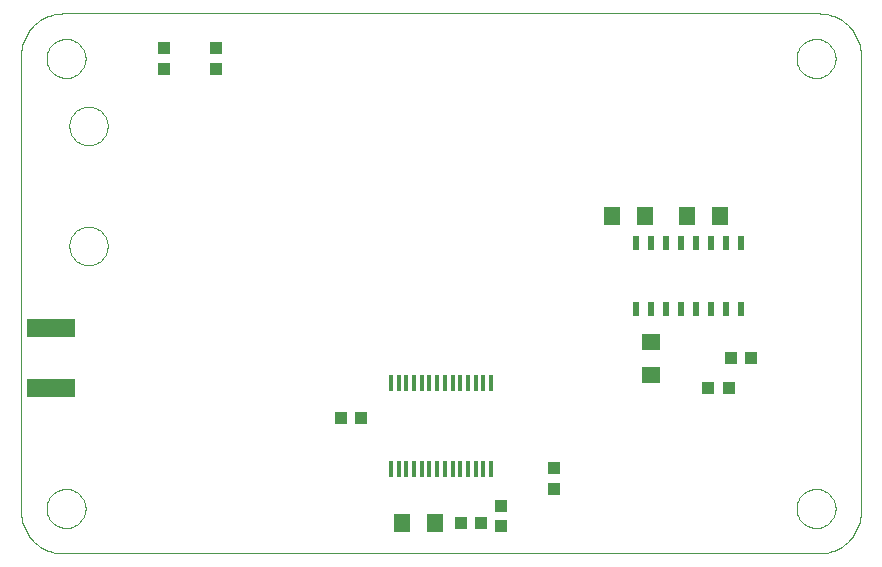
<source format=gbp>
G75*
G70*
%OFA0B0*%
%FSLAX24Y24*%
%IPPOS*%
%LPD*%
%AMOC8*
5,1,8,0,0,1.08239X$1,22.5*
%
%ADD10C,0.0000*%
%ADD11R,0.0394X0.0433*%
%ADD12R,0.1600X0.0600*%
%ADD13R,0.0236X0.0472*%
%ADD14R,0.0630X0.0551*%
%ADD15R,0.0551X0.0630*%
%ADD16R,0.0433X0.0394*%
%ADD17R,0.0137X0.0550*%
D10*
X002504Y000463D02*
X027676Y000463D01*
X027750Y000465D01*
X027824Y000471D01*
X027897Y000480D01*
X027970Y000494D01*
X028042Y000511D01*
X028113Y000532D01*
X028183Y000557D01*
X028251Y000585D01*
X028318Y000617D01*
X028383Y000652D01*
X028446Y000691D01*
X028507Y000733D01*
X028566Y000778D01*
X028622Y000826D01*
X028676Y000877D01*
X028727Y000931D01*
X028775Y000987D01*
X028820Y001046D01*
X028862Y001107D01*
X028901Y001170D01*
X028936Y001235D01*
X028968Y001302D01*
X028996Y001370D01*
X029021Y001440D01*
X029042Y001511D01*
X029059Y001583D01*
X029073Y001656D01*
X029082Y001729D01*
X029088Y001803D01*
X029090Y001877D01*
X029090Y017049D01*
X029088Y017123D01*
X029082Y017197D01*
X029073Y017270D01*
X029059Y017343D01*
X029042Y017415D01*
X029021Y017486D01*
X028996Y017556D01*
X028968Y017624D01*
X028936Y017691D01*
X028901Y017756D01*
X028862Y017819D01*
X028820Y017880D01*
X028775Y017939D01*
X028727Y017995D01*
X028676Y018049D01*
X028622Y018100D01*
X028566Y018148D01*
X028507Y018193D01*
X028446Y018235D01*
X028383Y018274D01*
X028318Y018309D01*
X028251Y018341D01*
X028183Y018369D01*
X028113Y018394D01*
X028042Y018415D01*
X027970Y018432D01*
X027897Y018446D01*
X027824Y018455D01*
X027750Y018461D01*
X027676Y018463D01*
X002504Y018463D01*
X002430Y018461D01*
X002356Y018455D01*
X002283Y018446D01*
X002210Y018432D01*
X002138Y018415D01*
X002067Y018394D01*
X001997Y018369D01*
X001929Y018341D01*
X001862Y018309D01*
X001797Y018274D01*
X001734Y018235D01*
X001673Y018193D01*
X001614Y018148D01*
X001558Y018100D01*
X001504Y018049D01*
X001453Y017995D01*
X001405Y017939D01*
X001360Y017880D01*
X001318Y017819D01*
X001279Y017756D01*
X001244Y017691D01*
X001212Y017624D01*
X001184Y017556D01*
X001159Y017486D01*
X001138Y017415D01*
X001121Y017343D01*
X001107Y017270D01*
X001098Y017197D01*
X001092Y017123D01*
X001090Y017049D01*
X001090Y001877D01*
X001092Y001803D01*
X001098Y001729D01*
X001107Y001656D01*
X001121Y001583D01*
X001138Y001511D01*
X001159Y001440D01*
X001184Y001370D01*
X001212Y001302D01*
X001244Y001235D01*
X001279Y001170D01*
X001318Y001107D01*
X001360Y001046D01*
X001405Y000987D01*
X001453Y000931D01*
X001504Y000877D01*
X001558Y000826D01*
X001614Y000778D01*
X001673Y000733D01*
X001734Y000691D01*
X001797Y000652D01*
X001862Y000617D01*
X001929Y000585D01*
X001997Y000557D01*
X002067Y000532D01*
X002138Y000511D01*
X002210Y000494D01*
X002283Y000480D01*
X002356Y000471D01*
X002430Y000465D01*
X002504Y000463D01*
X001940Y001963D02*
X001942Y002013D01*
X001948Y002063D01*
X001958Y002113D01*
X001971Y002161D01*
X001988Y002209D01*
X002009Y002255D01*
X002033Y002299D01*
X002061Y002341D01*
X002092Y002381D01*
X002126Y002418D01*
X002163Y002453D01*
X002202Y002484D01*
X002243Y002513D01*
X002287Y002538D01*
X002333Y002560D01*
X002380Y002578D01*
X002428Y002592D01*
X002477Y002603D01*
X002527Y002610D01*
X002577Y002613D01*
X002628Y002612D01*
X002678Y002607D01*
X002728Y002598D01*
X002776Y002586D01*
X002824Y002569D01*
X002870Y002549D01*
X002915Y002526D01*
X002958Y002499D01*
X002998Y002469D01*
X003036Y002436D01*
X003071Y002400D01*
X003104Y002361D01*
X003133Y002320D01*
X003159Y002277D01*
X003182Y002232D01*
X003201Y002185D01*
X003216Y002137D01*
X003228Y002088D01*
X003236Y002038D01*
X003240Y001988D01*
X003240Y001938D01*
X003236Y001888D01*
X003228Y001838D01*
X003216Y001789D01*
X003201Y001741D01*
X003182Y001694D01*
X003159Y001649D01*
X003133Y001606D01*
X003104Y001565D01*
X003071Y001526D01*
X003036Y001490D01*
X002998Y001457D01*
X002958Y001427D01*
X002915Y001400D01*
X002870Y001377D01*
X002824Y001357D01*
X002776Y001340D01*
X002728Y001328D01*
X002678Y001319D01*
X002628Y001314D01*
X002577Y001313D01*
X002527Y001316D01*
X002477Y001323D01*
X002428Y001334D01*
X002380Y001348D01*
X002333Y001366D01*
X002287Y001388D01*
X002243Y001413D01*
X002202Y001442D01*
X002163Y001473D01*
X002126Y001508D01*
X002092Y001545D01*
X002061Y001585D01*
X002033Y001627D01*
X002009Y001671D01*
X001988Y001717D01*
X001971Y001765D01*
X001958Y001813D01*
X001948Y001863D01*
X001942Y001913D01*
X001940Y001963D01*
X002700Y010713D02*
X002702Y010763D01*
X002708Y010813D01*
X002718Y010862D01*
X002731Y010911D01*
X002749Y010958D01*
X002770Y011004D01*
X002794Y011047D01*
X002822Y011089D01*
X002853Y011129D01*
X002887Y011166D01*
X002924Y011200D01*
X002964Y011231D01*
X003006Y011259D01*
X003049Y011283D01*
X003095Y011304D01*
X003142Y011322D01*
X003191Y011335D01*
X003240Y011345D01*
X003290Y011351D01*
X003340Y011353D01*
X003390Y011351D01*
X003440Y011345D01*
X003489Y011335D01*
X003538Y011322D01*
X003585Y011304D01*
X003631Y011283D01*
X003674Y011259D01*
X003716Y011231D01*
X003756Y011200D01*
X003793Y011166D01*
X003827Y011129D01*
X003858Y011089D01*
X003886Y011047D01*
X003910Y011004D01*
X003931Y010958D01*
X003949Y010911D01*
X003962Y010862D01*
X003972Y010813D01*
X003978Y010763D01*
X003980Y010713D01*
X003978Y010663D01*
X003972Y010613D01*
X003962Y010564D01*
X003949Y010515D01*
X003931Y010468D01*
X003910Y010422D01*
X003886Y010379D01*
X003858Y010337D01*
X003827Y010297D01*
X003793Y010260D01*
X003756Y010226D01*
X003716Y010195D01*
X003674Y010167D01*
X003631Y010143D01*
X003585Y010122D01*
X003538Y010104D01*
X003489Y010091D01*
X003440Y010081D01*
X003390Y010075D01*
X003340Y010073D01*
X003290Y010075D01*
X003240Y010081D01*
X003191Y010091D01*
X003142Y010104D01*
X003095Y010122D01*
X003049Y010143D01*
X003006Y010167D01*
X002964Y010195D01*
X002924Y010226D01*
X002887Y010260D01*
X002853Y010297D01*
X002822Y010337D01*
X002794Y010379D01*
X002770Y010422D01*
X002749Y010468D01*
X002731Y010515D01*
X002718Y010564D01*
X002708Y010613D01*
X002702Y010663D01*
X002700Y010713D01*
X002700Y014713D02*
X002702Y014763D01*
X002708Y014813D01*
X002718Y014862D01*
X002731Y014911D01*
X002749Y014958D01*
X002770Y015004D01*
X002794Y015047D01*
X002822Y015089D01*
X002853Y015129D01*
X002887Y015166D01*
X002924Y015200D01*
X002964Y015231D01*
X003006Y015259D01*
X003049Y015283D01*
X003095Y015304D01*
X003142Y015322D01*
X003191Y015335D01*
X003240Y015345D01*
X003290Y015351D01*
X003340Y015353D01*
X003390Y015351D01*
X003440Y015345D01*
X003489Y015335D01*
X003538Y015322D01*
X003585Y015304D01*
X003631Y015283D01*
X003674Y015259D01*
X003716Y015231D01*
X003756Y015200D01*
X003793Y015166D01*
X003827Y015129D01*
X003858Y015089D01*
X003886Y015047D01*
X003910Y015004D01*
X003931Y014958D01*
X003949Y014911D01*
X003962Y014862D01*
X003972Y014813D01*
X003978Y014763D01*
X003980Y014713D01*
X003978Y014663D01*
X003972Y014613D01*
X003962Y014564D01*
X003949Y014515D01*
X003931Y014468D01*
X003910Y014422D01*
X003886Y014379D01*
X003858Y014337D01*
X003827Y014297D01*
X003793Y014260D01*
X003756Y014226D01*
X003716Y014195D01*
X003674Y014167D01*
X003631Y014143D01*
X003585Y014122D01*
X003538Y014104D01*
X003489Y014091D01*
X003440Y014081D01*
X003390Y014075D01*
X003340Y014073D01*
X003290Y014075D01*
X003240Y014081D01*
X003191Y014091D01*
X003142Y014104D01*
X003095Y014122D01*
X003049Y014143D01*
X003006Y014167D01*
X002964Y014195D01*
X002924Y014226D01*
X002887Y014260D01*
X002853Y014297D01*
X002822Y014337D01*
X002794Y014379D01*
X002770Y014422D01*
X002749Y014468D01*
X002731Y014515D01*
X002718Y014564D01*
X002708Y014613D01*
X002702Y014663D01*
X002700Y014713D01*
X001940Y016963D02*
X001942Y017013D01*
X001948Y017063D01*
X001958Y017113D01*
X001971Y017161D01*
X001988Y017209D01*
X002009Y017255D01*
X002033Y017299D01*
X002061Y017341D01*
X002092Y017381D01*
X002126Y017418D01*
X002163Y017453D01*
X002202Y017484D01*
X002243Y017513D01*
X002287Y017538D01*
X002333Y017560D01*
X002380Y017578D01*
X002428Y017592D01*
X002477Y017603D01*
X002527Y017610D01*
X002577Y017613D01*
X002628Y017612D01*
X002678Y017607D01*
X002728Y017598D01*
X002776Y017586D01*
X002824Y017569D01*
X002870Y017549D01*
X002915Y017526D01*
X002958Y017499D01*
X002998Y017469D01*
X003036Y017436D01*
X003071Y017400D01*
X003104Y017361D01*
X003133Y017320D01*
X003159Y017277D01*
X003182Y017232D01*
X003201Y017185D01*
X003216Y017137D01*
X003228Y017088D01*
X003236Y017038D01*
X003240Y016988D01*
X003240Y016938D01*
X003236Y016888D01*
X003228Y016838D01*
X003216Y016789D01*
X003201Y016741D01*
X003182Y016694D01*
X003159Y016649D01*
X003133Y016606D01*
X003104Y016565D01*
X003071Y016526D01*
X003036Y016490D01*
X002998Y016457D01*
X002958Y016427D01*
X002915Y016400D01*
X002870Y016377D01*
X002824Y016357D01*
X002776Y016340D01*
X002728Y016328D01*
X002678Y016319D01*
X002628Y016314D01*
X002577Y016313D01*
X002527Y016316D01*
X002477Y016323D01*
X002428Y016334D01*
X002380Y016348D01*
X002333Y016366D01*
X002287Y016388D01*
X002243Y016413D01*
X002202Y016442D01*
X002163Y016473D01*
X002126Y016508D01*
X002092Y016545D01*
X002061Y016585D01*
X002033Y016627D01*
X002009Y016671D01*
X001988Y016717D01*
X001971Y016765D01*
X001958Y016813D01*
X001948Y016863D01*
X001942Y016913D01*
X001940Y016963D01*
X026940Y016963D02*
X026942Y017013D01*
X026948Y017063D01*
X026958Y017113D01*
X026971Y017161D01*
X026988Y017209D01*
X027009Y017255D01*
X027033Y017299D01*
X027061Y017341D01*
X027092Y017381D01*
X027126Y017418D01*
X027163Y017453D01*
X027202Y017484D01*
X027243Y017513D01*
X027287Y017538D01*
X027333Y017560D01*
X027380Y017578D01*
X027428Y017592D01*
X027477Y017603D01*
X027527Y017610D01*
X027577Y017613D01*
X027628Y017612D01*
X027678Y017607D01*
X027728Y017598D01*
X027776Y017586D01*
X027824Y017569D01*
X027870Y017549D01*
X027915Y017526D01*
X027958Y017499D01*
X027998Y017469D01*
X028036Y017436D01*
X028071Y017400D01*
X028104Y017361D01*
X028133Y017320D01*
X028159Y017277D01*
X028182Y017232D01*
X028201Y017185D01*
X028216Y017137D01*
X028228Y017088D01*
X028236Y017038D01*
X028240Y016988D01*
X028240Y016938D01*
X028236Y016888D01*
X028228Y016838D01*
X028216Y016789D01*
X028201Y016741D01*
X028182Y016694D01*
X028159Y016649D01*
X028133Y016606D01*
X028104Y016565D01*
X028071Y016526D01*
X028036Y016490D01*
X027998Y016457D01*
X027958Y016427D01*
X027915Y016400D01*
X027870Y016377D01*
X027824Y016357D01*
X027776Y016340D01*
X027728Y016328D01*
X027678Y016319D01*
X027628Y016314D01*
X027577Y016313D01*
X027527Y016316D01*
X027477Y016323D01*
X027428Y016334D01*
X027380Y016348D01*
X027333Y016366D01*
X027287Y016388D01*
X027243Y016413D01*
X027202Y016442D01*
X027163Y016473D01*
X027126Y016508D01*
X027092Y016545D01*
X027061Y016585D01*
X027033Y016627D01*
X027009Y016671D01*
X026988Y016717D01*
X026971Y016765D01*
X026958Y016813D01*
X026948Y016863D01*
X026942Y016913D01*
X026940Y016963D01*
X026940Y001963D02*
X026942Y002013D01*
X026948Y002063D01*
X026958Y002113D01*
X026971Y002161D01*
X026988Y002209D01*
X027009Y002255D01*
X027033Y002299D01*
X027061Y002341D01*
X027092Y002381D01*
X027126Y002418D01*
X027163Y002453D01*
X027202Y002484D01*
X027243Y002513D01*
X027287Y002538D01*
X027333Y002560D01*
X027380Y002578D01*
X027428Y002592D01*
X027477Y002603D01*
X027527Y002610D01*
X027577Y002613D01*
X027628Y002612D01*
X027678Y002607D01*
X027728Y002598D01*
X027776Y002586D01*
X027824Y002569D01*
X027870Y002549D01*
X027915Y002526D01*
X027958Y002499D01*
X027998Y002469D01*
X028036Y002436D01*
X028071Y002400D01*
X028104Y002361D01*
X028133Y002320D01*
X028159Y002277D01*
X028182Y002232D01*
X028201Y002185D01*
X028216Y002137D01*
X028228Y002088D01*
X028236Y002038D01*
X028240Y001988D01*
X028240Y001938D01*
X028236Y001888D01*
X028228Y001838D01*
X028216Y001789D01*
X028201Y001741D01*
X028182Y001694D01*
X028159Y001649D01*
X028133Y001606D01*
X028104Y001565D01*
X028071Y001526D01*
X028036Y001490D01*
X027998Y001457D01*
X027958Y001427D01*
X027915Y001400D01*
X027870Y001377D01*
X027824Y001357D01*
X027776Y001340D01*
X027728Y001328D01*
X027678Y001319D01*
X027628Y001314D01*
X027577Y001313D01*
X027527Y001316D01*
X027477Y001323D01*
X027428Y001334D01*
X027380Y001348D01*
X027333Y001366D01*
X027287Y001388D01*
X027243Y001413D01*
X027202Y001442D01*
X027163Y001473D01*
X027126Y001508D01*
X027092Y001545D01*
X027061Y001585D01*
X027033Y001627D01*
X027009Y001671D01*
X026988Y001717D01*
X026971Y001765D01*
X026958Y001813D01*
X026948Y001863D01*
X026942Y001913D01*
X026940Y001963D01*
D11*
X018840Y002628D03*
X018840Y003297D03*
X017090Y002047D03*
X017090Y001378D03*
X007590Y016628D03*
X007590Y017297D03*
X005840Y017297D03*
X005840Y016628D03*
D12*
X002090Y007963D03*
X002090Y005963D03*
D13*
X021590Y008610D03*
X022090Y008610D03*
X022590Y008610D03*
X023090Y008610D03*
X023590Y008610D03*
X024090Y008610D03*
X024590Y008610D03*
X025090Y008610D03*
X025090Y010815D03*
X024590Y010815D03*
X024090Y010815D03*
X023590Y010815D03*
X023090Y010815D03*
X022590Y010815D03*
X022090Y010815D03*
X021590Y010815D03*
D14*
X022090Y007514D03*
X022090Y006412D03*
D15*
X014891Y001463D03*
X013789Y001463D03*
X020789Y011713D03*
X021891Y011713D03*
X023289Y011713D03*
X024391Y011713D03*
D16*
X024755Y006963D03*
X025425Y006963D03*
X024675Y005963D03*
X024005Y005963D03*
X016425Y001463D03*
X015755Y001463D03*
X012425Y004963D03*
X011755Y004963D03*
D17*
X013427Y006152D03*
X013683Y006152D03*
X013938Y006152D03*
X014194Y006152D03*
X014450Y006152D03*
X014706Y006152D03*
X014962Y006152D03*
X015218Y006152D03*
X015474Y006152D03*
X015730Y006152D03*
X015986Y006152D03*
X016242Y006152D03*
X016497Y006152D03*
X016753Y006152D03*
X016753Y003273D03*
X016497Y003273D03*
X016242Y003273D03*
X015986Y003273D03*
X015730Y003273D03*
X015474Y003273D03*
X015218Y003273D03*
X014962Y003273D03*
X014706Y003273D03*
X014450Y003273D03*
X014194Y003273D03*
X013938Y003273D03*
X013683Y003273D03*
X013427Y003273D03*
M02*

</source>
